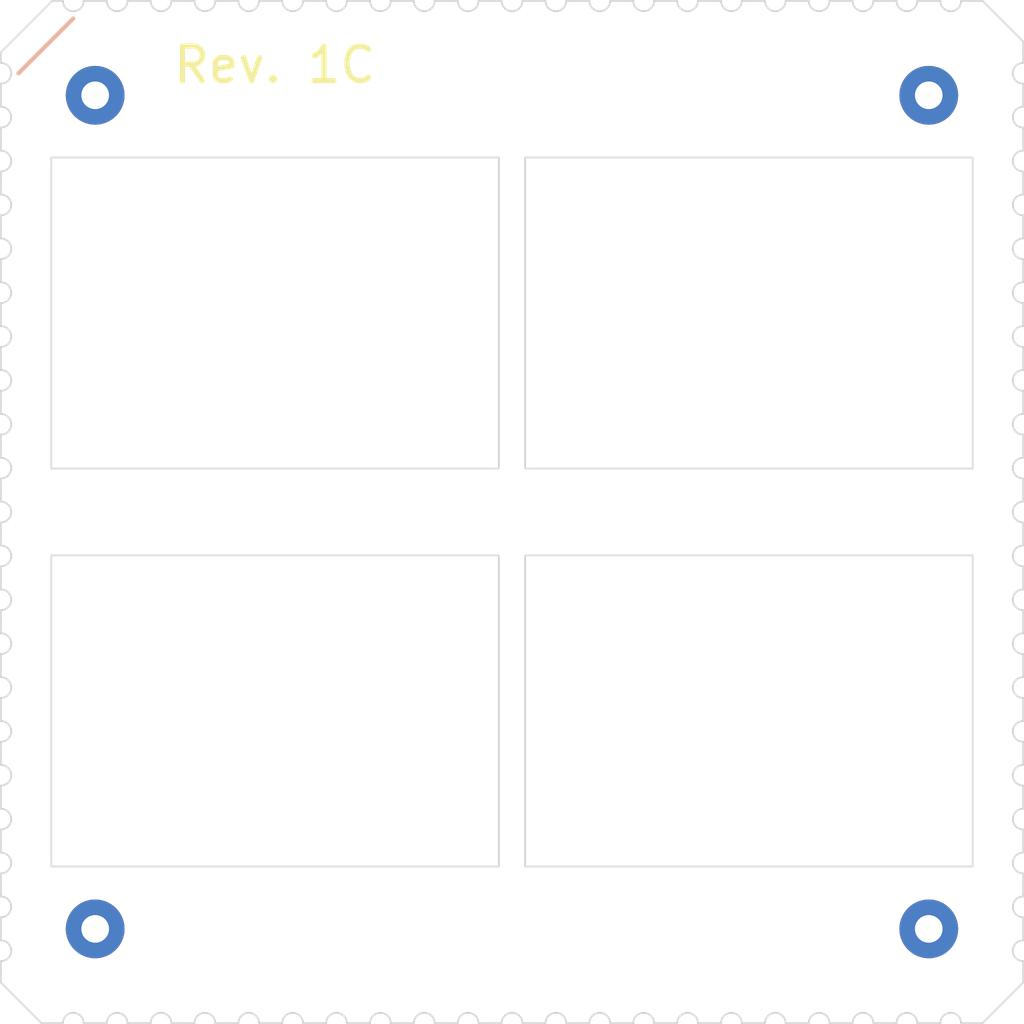
<source format=kicad_pcb>
(kicad_pcb (version 20171130) (host pcbnew "(5.1.12-1-10_14)")

  (general
    (thickness 1.6)
    (drawings 201)
    (tracks 0)
    (zones 0)
    (modules 4)
    (nets 1)
  )

  (page A4)
  (layers
    (0 F.Cu signal)
    (31 B.Cu signal)
    (32 B.Adhes user)
    (33 F.Adhes user)
    (34 B.Paste user)
    (35 F.Paste user)
    (36 B.SilkS user)
    (37 F.SilkS user)
    (38 B.Mask user)
    (39 F.Mask user)
    (40 Dwgs.User user)
    (41 Cmts.User user)
    (42 Eco1.User user)
    (43 Eco2.User user)
    (44 Edge.Cuts user)
    (45 Margin user)
    (46 B.CrtYd user)
    (47 F.CrtYd user)
    (48 B.Fab user)
    (49 F.Fab user)
  )

  (setup
    (last_trace_width 0.25)
    (trace_clearance 0.2)
    (zone_clearance 0.508)
    (zone_45_only no)
    (trace_min 0.2)
    (via_size 0.8)
    (via_drill 0.4)
    (via_min_size 0.4)
    (via_min_drill 0.3)
    (uvia_size 0.3)
    (uvia_drill 0.1)
    (uvias_allowed no)
    (uvia_min_size 0.2)
    (uvia_min_drill 0.1)
    (edge_width 0.05)
    (segment_width 0.2)
    (pcb_text_width 0.3)
    (pcb_text_size 1.5 1.5)
    (mod_edge_width 0.12)
    (mod_text_size 1 1)
    (mod_text_width 0.15)
    (pad_size 1.7 1.7)
    (pad_drill 0.8)
    (pad_to_mask_clearance 0.0)
    (aux_axis_origin 0 0)
    (grid_origin 77.9137 65.2137)
    (visible_elements FFFFFF7F)
    (pcbplotparams
      (layerselection 0x010fc_ffffffff)
      (usegerberextensions false)
      (usegerberattributes true)
      (usegerberadvancedattributes true)
      (creategerberjobfile true)
      (excludeedgelayer true)
      (linewidth 0.100000)
      (plotframeref false)
      (viasonmask false)
      (mode 1)
      (useauxorigin false)
      (hpglpennumber 1)
      (hpglpenspeed 20)
      (hpglpendiameter 15.000000)
      (psnegative false)
      (psa4output false)
      (plotreference true)
      (plotvalue true)
      (plotinvisibletext false)
      (padsonsilk false)
      (subtractmaskfromsilk false)
      (outputformat 1)
      (mirror false)
      (drillshape 0)
      (scaleselection 1)
      (outputdirectory "out/"))
  )

  (net 0 "")

  (net_class Default "This is the default net class."
    (clearance 0.2)
    (trace_width 0.25)
    (via_dia 0.8)
    (via_drill 0.4)
    (uvia_dia 0.3)
    (uvia_drill 0.1)
  )

  (module Connector_PinHeader_2.54mm:PinHeader_1x01_P2.54mm_Vertical (layer F.Cu) (tedit 64BB9D66) (tstamp 64BC332C)
    (at 104.7738 67.9472 90)
    (descr "Through hole straight pin header, 1x01, 2.54mm pitch, single row")
    (tags "Through hole pin header THT 1x01 2.54mm single row")
    (path /60D1FBEB)
    (fp_text reference J4 (at 0 -2.33 90) (layer F.SilkS) hide
      (effects (font (size 1 1) (thickness 0.15)))
    )
    (fp_text value Conn_01x01 (at 0 2.33 90) (layer F.Fab) hide
      (effects (font (size 1 1) (thickness 0.15)))
    )
    (fp_line (start 1.8 -1.8) (end -1.8 -1.8) (layer F.CrtYd) (width 0.05))
    (fp_line (start 1.8 1.8) (end 1.8 -1.8) (layer F.CrtYd) (width 0.05))
    (fp_line (start -1.8 1.8) (end 1.8 1.8) (layer F.CrtYd) (width 0.05))
    (fp_line (start -1.8 -1.8) (end -1.8 1.8) (layer F.CrtYd) (width 0.05))
    (fp_line (start -1.27 -0.635) (end -0.635 -1.27) (layer F.Fab) (width 0.1))
    (fp_line (start -1.27 1.27) (end -1.27 -0.635) (layer F.Fab) (width 0.1))
    (fp_line (start 1.27 1.27) (end -1.27 1.27) (layer F.Fab) (width 0.1))
    (fp_line (start 1.27 -1.27) (end 1.27 1.27) (layer F.Fab) (width 0.1))
    (fp_line (start -0.635 -1.27) (end 1.27 -1.27) (layer F.Fab) (width 0.1))
    (fp_text user %R (at 0 0) (layer F.Fab) hide
      (effects (font (size 1 1) (thickness 0.15)))
    )
    (pad 1 thru_hole oval (at 0 0 90) (size 1.7 1.7) (drill 0.8) (layers *.Cu *.Mask))
  )

  (module Connector_PinHeader_2.54mm:PinHeader_1x01_P2.54mm_Vertical (layer F.Cu) (tedit 64BB9D70) (tstamp 64BC331E)
    (at 104.7738 92.0772)
    (descr "Through hole straight pin header, 1x01, 2.54mm pitch, single row")
    (tags "Through hole pin header THT 1x01 2.54mm single row")
    (path /60D20CDD)
    (fp_text reference J5 (at 0 -2.33) (layer F.SilkS) hide
      (effects (font (size 1 1) (thickness 0.15)))
    )
    (fp_text value Conn_01x01 (at 0 2.33) (layer F.Fab) hide
      (effects (font (size 1 1) (thickness 0.15)))
    )
    (fp_line (start 1.8 -1.8) (end -1.8 -1.8) (layer F.CrtYd) (width 0.05))
    (fp_line (start 1.8 1.8) (end 1.8 -1.8) (layer F.CrtYd) (width 0.05))
    (fp_line (start -1.8 1.8) (end 1.8 1.8) (layer F.CrtYd) (width 0.05))
    (fp_line (start -1.8 -1.8) (end -1.8 1.8) (layer F.CrtYd) (width 0.05))
    (fp_line (start -1.27 -0.635) (end -0.635 -1.27) (layer F.Fab) (width 0.1))
    (fp_line (start -1.27 1.27) (end -1.27 -0.635) (layer F.Fab) (width 0.1))
    (fp_line (start 1.27 1.27) (end -1.27 1.27) (layer F.Fab) (width 0.1))
    (fp_line (start 1.27 -1.27) (end 1.27 1.27) (layer F.Fab) (width 0.1))
    (fp_line (start -0.635 -1.27) (end 1.27 -1.27) (layer F.Fab) (width 0.1))
    (fp_text user %R (at 0 0 90) (layer F.Fab) hide
      (effects (font (size 1 1) (thickness 0.15)))
    )
    (pad 1 thru_hole oval (at 0 0) (size 1.7 1.7) (drill 0.8) (layers *.Cu *.Mask))
  )

  (module Connector_PinHeader_2.54mm:PinHeader_1x01_P2.54mm_Vertical (layer F.Cu) (tedit 64BB9D76) (tstamp 64BC3310)
    (at 80.6438 92.0772 270)
    (descr "Through hole straight pin header, 1x01, 2.54mm pitch, single row")
    (tags "Through hole pin header THT 1x01 2.54mm single row")
    (path /60D21648)
    (fp_text reference J6 (at 0 -2.33 90) (layer F.SilkS) hide
      (effects (font (size 1 1) (thickness 0.15)))
    )
    (fp_text value Conn_01x01 (at 0 2.33 90) (layer F.Fab) hide
      (effects (font (size 1 1) (thickness 0.15)))
    )
    (fp_line (start -0.635 -1.27) (end 1.27 -1.27) (layer F.Fab) (width 0.1))
    (fp_line (start 1.27 -1.27) (end 1.27 1.27) (layer F.Fab) (width 0.1))
    (fp_line (start 1.27 1.27) (end -1.27 1.27) (layer F.Fab) (width 0.1))
    (fp_line (start -1.27 1.27) (end -1.27 -0.635) (layer F.Fab) (width 0.1))
    (fp_line (start -1.27 -0.635) (end -0.635 -1.27) (layer F.Fab) (width 0.1))
    (fp_line (start -1.8 -1.8) (end -1.8 1.8) (layer F.CrtYd) (width 0.05))
    (fp_line (start -1.8 1.8) (end 1.8 1.8) (layer F.CrtYd) (width 0.05))
    (fp_line (start 1.8 1.8) (end 1.8 -1.8) (layer F.CrtYd) (width 0.05))
    (fp_line (start 1.8 -1.8) (end -1.8 -1.8) (layer F.CrtYd) (width 0.05))
    (fp_text user %R (at 0 0) (layer F.Fab) hide
      (effects (font (size 1 1) (thickness 0.15)))
    )
    (pad 1 thru_hole circle (at 0 0 270) (size 1.7 1.7) (drill 0.8) (layers *.Cu *.Mask))
  )

  (module Connector_PinHeader_2.54mm:PinHeader_1x01_P2.54mm_Vertical (layer F.Cu) (tedit 64BB9D59) (tstamp 64BC3302)
    (at 80.6438 67.9472 180)
    (descr "Through hole straight pin header, 1x01, 2.54mm pitch, single row")
    (tags "Through hole pin header THT 1x01 2.54mm single row")
    (path /60D21D5E)
    (fp_text reference J7 (at 0 -2.33) (layer F.SilkS) hide
      (effects (font (size 1 1) (thickness 0.15)))
    )
    (fp_text value Conn_01x01 (at 0 2.33) (layer F.Fab) hide
      (effects (font (size 1 1) (thickness 0.15)))
    )
    (fp_line (start 1.8 -1.8) (end -1.8 -1.8) (layer F.CrtYd) (width 0.05))
    (fp_line (start 1.8 1.8) (end 1.8 -1.8) (layer F.CrtYd) (width 0.05))
    (fp_line (start -1.8 1.8) (end 1.8 1.8) (layer F.CrtYd) (width 0.05))
    (fp_line (start -1.8 -1.8) (end -1.8 1.8) (layer F.CrtYd) (width 0.05))
    (fp_line (start -1.27 -0.635) (end -0.635 -1.27) (layer F.Fab) (width 0.1))
    (fp_line (start -1.27 1.27) (end -1.27 -0.635) (layer F.Fab) (width 0.1))
    (fp_line (start 1.27 1.27) (end -1.27 1.27) (layer F.Fab) (width 0.1))
    (fp_line (start 1.27 -1.27) (end 1.27 1.27) (layer F.Fab) (width 0.1))
    (fp_line (start -0.635 -1.27) (end 1.27 -1.27) (layer F.Fab) (width 0.1))
    (fp_text user %R (at 0 0 90) (layer F.Fab) hide
      (effects (font (size 1 1) (thickness 0.15)))
    )
    (pad 1 thru_hole oval (at 0 0 180) (size 1.7 1.7) (drill 0.8) (layers *.Cu *.Mask))
  )

  (gr_line (start 92.3282 90.2708) (end 92.3282 81.2665) (layer Edge.Cuts) (width 0.05) (tstamp 64BC3BA5))
  (gr_line (start 79.3742 90.2708) (end 92.3282 90.2708) (layer Edge.Cuts) (width 0.05) (tstamp 64BB954B))
  (gr_line (start 106.0442 81.2665) (end 93.0902 81.2665) (layer Edge.Cuts) (width 0.05) (tstamp 64BB950F))
  (gr_line (start 93.0902 90.2708) (end 93.0902 81.2665) (layer Edge.Cuts) (width 0.05) (tstamp 64BB950B))
  (gr_line (start 106.0442 90.2708) (end 106.0442 81.2665) (layer Edge.Cuts) (width 0.05) (tstamp 64BB9501))
  (gr_line (start 106.0442 78.7519) (end 93.0902 78.7519) (layer Edge.Cuts) (width 0.05) (tstamp 64BB94FC))
  (gr_line (start 79.3742 90.2708) (end 79.3742 81.2665) (layer Edge.Cuts) (width 0.05) (tstamp 64BB94F1))
  (gr_line (start 92.3282 81.2665) (end 79.3742 81.2665) (layer Edge.Cuts) (width 0.05) (tstamp 64BB94EC))
  (gr_line (start 92.3282 78.7519) (end 79.3742 78.7519) (layer Edge.Cuts) (width 0.05) (tstamp 64BB94E3))
  (gr_line (start 93.0902 78.7519) (end 93.0902 69.7476) (layer Edge.Cuts) (width 0.05) (tstamp 64BB94CD))
  (gr_line (start 93.0902 90.2708) (end 106.0442 90.2708) (layer Edge.Cuts) (width 0.05) (tstamp 64BB94AF))
  (gr_line (start 93.0902 69.7476) (end 106.0442 69.7476) (layer Edge.Cuts) (width 0.05) (tstamp 64BB94A8))
  (gr_line (start 79.3742 69.7476) (end 92.3282 69.7476) (layer Edge.Cuts) (width 0.05) (tstamp 64BB9496))
  (gr_line (start 106.0442 78.7519) (end 106.0442 69.7476) (layer Edge.Cuts) (width 0.05) (tstamp 64BB9447))
  (gr_line (start 79.3742 78.7519) (end 79.3742 69.7476) (layer Edge.Cuts) (width 0.05) (tstamp 64BB9441))
  (gr_line (start 79.3996 94.8063) (end 79.0892 94.8063) (layer Edge.Cuts) (width 0.05) (tstamp 64BB864C))
  (gr_line (start 77.9137 93.6308) (end 77.9137 93.3204) (layer Edge.Cuts) (width 0.05) (tstamp 64BB8649))
  (gr_line (start 107.5063 66.3892) (end 106.3308 65.2137) (layer Edge.Cuts) (width 0.05) (tstamp 64BB863F))
  (gr_line (start 107.5063 66.6996) (end 107.5063 66.3892) (layer Edge.Cuts) (width 0.05) (tstamp 64BB8636))
  (gr_line (start 106.0204 65.2137) (end 106.3308 65.2137) (layer Edge.Cuts) (width 0.05) (tstamp 64BB8633))
  (gr_line (start 80.31 94.8063) (end 80.98 94.8063) (layer Edge.Cuts) (width 0.05) (tstamp 64BB8609))
  (gr_arc (start 81.28 94.8063) (end 81.58 94.8063) (angle -180) (layer Edge.Cuts) (width 0.05) (tstamp 64BB8603))
  (gr_line (start 81.58 94.8063) (end 82.25 94.8063) (layer Edge.Cuts) (width 0.05) (tstamp 64BB8600))
  (gr_line (start 82.85 94.8063) (end 83.52 94.8063) (layer Edge.Cuts) (width 0.05) (tstamp 64BB85FB))
  (gr_line (start 84.12 94.8063) (end 84.79 94.8063) (layer Edge.Cuts) (width 0.05) (tstamp 64BB85F6))
  (gr_line (start 85.39 94.8063) (end 86.06 94.8063) (layer Edge.Cuts) (width 0.05) (tstamp 64BB85F1))
  (gr_line (start 86.66 94.8063) (end 87.33 94.8063) (layer Edge.Cuts) (width 0.05) (tstamp 64BB85E9))
  (gr_line (start 87.93 94.8063) (end 88.6 94.8063) (layer Edge.Cuts) (width 0.05) (tstamp 64BB85DF))
  (gr_line (start 89.2 94.8063) (end 89.87 94.8063) (layer Edge.Cuts) (width 0.05) (tstamp 64BB85D7))
  (gr_arc (start 90.17 94.8063) (end 90.47 94.8063) (angle -180) (layer Edge.Cuts) (width 0.05) (tstamp 64BB85D0))
  (gr_line (start 90.47 94.8063) (end 91.14 94.8063) (layer Edge.Cuts) (width 0.05) (tstamp 64BB85CD))
  (gr_line (start 91.74 94.8063) (end 92.41 94.8063) (layer Edge.Cuts) (width 0.05) (tstamp 64BB85C5))
  (gr_line (start 93.01 94.8063) (end 93.68 94.8063) (layer Edge.Cuts) (width 0.05) (tstamp 64BB85BD))
  (gr_line (start 94.28 94.8063) (end 94.95 94.8063) (layer Edge.Cuts) (width 0.05) (tstamp 64BB85B5))
  (gr_line (start 95.55 94.8063) (end 96.22 94.8063) (layer Edge.Cuts) (width 0.05) (tstamp 64BB85AD))
  (gr_line (start 96.82 94.8063) (end 97.49 94.8063) (layer Edge.Cuts) (width 0.05) (tstamp 64BB85A5))
  (gr_line (start 98.09 94.8063) (end 98.76 94.8063) (layer Edge.Cuts) (width 0.05) (tstamp 64BB859C))
  (gr_line (start 99.36 94.8063) (end 100.03 94.8063) (layer Edge.Cuts) (width 0.05) (tstamp 64BB8591))
  (gr_line (start 100.63 94.8063) (end 101.3 94.8063) (layer Edge.Cuts) (width 0.05) (tstamp 64BB858A))
  (gr_line (start 101.9 94.8063) (end 102.57 94.8063) (layer Edge.Cuts) (width 0.05) (tstamp 64BB8582))
  (gr_line (start 103.17 94.8063) (end 103.84 94.8063) (layer Edge.Cuts) (width 0.05) (tstamp 64BB857A))
  (gr_line (start 104.44 94.8063) (end 105.11 94.8063) (layer Edge.Cuts) (width 0.05) (tstamp 64BB856F))
  (gr_line (start 106.0204 94.8063) (end 106.3308 94.8063) (layer Edge.Cuts) (width 0.05) (tstamp 64BB8560))
  (gr_line (start 107.5063 93.6308) (end 107.5063 93.3204) (layer Edge.Cuts) (width 0.05) (tstamp 64BB8559))
  (gr_line (start 79.71 94.8063) (end 79.3996 94.8063) (layer Edge.Cuts) (width 0.05) (tstamp 64BB81C8))
  (gr_line (start 77.9137 93.6308) (end 79.0892 94.8063) (layer Edge.Cuts) (width 0.05) (tstamp 64BB81C1))
  (gr_line (start 77.9137 93.3204) (end 77.9137 93.01) (layer Edge.Cuts) (width 0.05) (tstamp 64BB81BD))
  (gr_arc (start 77.9137 92.71) (end 77.9137 93.01) (angle -180) (layer Edge.Cuts) (width 0.05) (tstamp 64BB81B6))
  (gr_line (start 105.71 94.8063) (end 106.0204 94.8063) (layer Edge.Cuts) (width 0.05) (tstamp 64BB81B2))
  (gr_line (start 106.3308 94.8063) (end 107.5063 93.6308) (layer Edge.Cuts) (width 0.05) (tstamp 60CDEEF0))
  (gr_line (start 107.5063 93.3204) (end 107.5063 93.01) (layer Edge.Cuts) (width 0.05) (tstamp 64BB81A4))
  (gr_line (start 77.9137 91.74) (end 77.9137 92.41) (layer Edge.Cuts) (width 0.05) (tstamp 64BB8197))
  (gr_arc (start 77.9137 91.44) (end 77.9137 91.74) (angle -180) (layer Edge.Cuts) (width 0.05) (tstamp 64BB8194))
  (gr_line (start 77.9137 90.47) (end 77.9137 91.14) (layer Edge.Cuts) (width 0.05) (tstamp 64BB8191))
  (gr_arc (start 77.9137 90.17) (end 77.9137 90.47) (angle -180) (layer Edge.Cuts) (width 0.05) (tstamp 64BB818E))
  (gr_line (start 107.5063 91.74) (end 107.5063 92.41) (layer Edge.Cuts) (width 0.05) (tstamp 64BB8184))
  (gr_line (start 107.5063 90.47) (end 107.5063 91.14) (layer Edge.Cuts) (width 0.05) (tstamp 64BB817F))
  (gr_line (start 107.5063 89.2) (end 107.5063 89.87) (layer Edge.Cuts) (width 0.05) (tstamp 64BB8178))
  (gr_line (start 107.5063 87.93) (end 107.5063 88.6) (layer Edge.Cuts) (width 0.05) (tstamp 64BB8171))
  (gr_line (start 107.5063 86.66) (end 107.5063 87.33) (layer Edge.Cuts) (width 0.05) (tstamp 64BB816A))
  (gr_line (start 107.5063 85.39) (end 107.5063 86.06) (layer Edge.Cuts) (width 0.05) (tstamp 64BB8163))
  (gr_line (start 107.5063 84.12) (end 107.5063 84.79) (layer Edge.Cuts) (width 0.05) (tstamp 64BB815C))
  (gr_line (start 107.5063 82.85) (end 107.5063 83.52) (layer Edge.Cuts) (width 0.05) (tstamp 64BB8155))
  (gr_line (start 107.5063 81.58) (end 107.5063 82.25) (layer Edge.Cuts) (width 0.05) (tstamp 64BB814E))
  (gr_line (start 107.5063 80.31) (end 107.5063 80.98) (layer Edge.Cuts) (width 0.05) (tstamp 64BB8147))
  (gr_line (start 107.5063 79.04) (end 107.5063 79.71) (layer Edge.Cuts) (width 0.05) (tstamp 64BB813F))
  (gr_line (start 107.5063 77.77) (end 107.5063 78.44) (layer Edge.Cuts) (width 0.05) (tstamp 64BB8138))
  (gr_line (start 107.5063 76.5) (end 107.5063 77.17) (layer Edge.Cuts) (width 0.05) (tstamp 64BB8131))
  (gr_line (start 107.5063 75.23) (end 107.5063 75.9) (layer Edge.Cuts) (width 0.05) (tstamp 64BB812A))
  (gr_line (start 107.5063 73.96) (end 107.5063 74.63) (layer Edge.Cuts) (width 0.05) (tstamp 64BB8121))
  (gr_line (start 107.5063 72.69) (end 107.5063 73.36) (layer Edge.Cuts) (width 0.05) (tstamp 64BB811A))
  (gr_line (start 107.5063 71.42) (end 107.5063 72.09) (layer Edge.Cuts) (width 0.05) (tstamp 64BB8113))
  (gr_line (start 107.5063 70.15) (end 107.5063 70.82) (layer Edge.Cuts) (width 0.05) (tstamp 64BB8106))
  (gr_line (start 107.5063 68.88) (end 107.5063 69.55) (layer Edge.Cuts) (width 0.05) (tstamp 64BB8101))
  (gr_line (start 107.5063 67.61) (end 107.5063 68.28) (layer Edge.Cuts) (width 0.05) (tstamp 64BB80F2))
  (gr_line (start 107.5063 67.01) (end 107.5063 66.6996) (layer Edge.Cuts) (width 0.05) (tstamp 64BB80EC))
  (gr_line (start 105.71 65.2137) (end 106.0204 65.2137) (layer Edge.Cuts) (width 0.05) (tstamp 64BB80DD))
  (gr_arc (start 82.55 94.8063) (end 82.85 94.8063) (angle -180) (layer Edge.Cuts) (width 0.05) (tstamp 64BB808C))
  (gr_arc (start 80.01 94.8063) (end 80.31 94.8063) (angle -180) (layer Edge.Cuts) (width 0.05) (tstamp 64BB808A))
  (gr_line (start 77.9137 89.2) (end 77.9137 89.87) (layer Edge.Cuts) (width 0.05) (tstamp 64BB7FCC))
  (gr_line (start 77.9137 87.93) (end 77.9137 88.6) (layer Edge.Cuts) (width 0.05) (tstamp 64BB7FC5))
  (gr_line (start 77.9137 86.66) (end 77.9137 87.33) (layer Edge.Cuts) (width 0.05) (tstamp 64BB7FBD))
  (gr_line (start 77.9137 85.39) (end 77.9137 86.06) (layer Edge.Cuts) (width 0.05) (tstamp 64BB7FB6))
  (gr_line (start 77.9137 84.12) (end 77.9137 84.79) (layer Edge.Cuts) (width 0.05) (tstamp 64BB7FAF))
  (gr_line (start 77.9137 82.85) (end 77.9137 83.52) (layer Edge.Cuts) (width 0.05) (tstamp 64BB7FA8))
  (gr_line (start 77.9137 81.58) (end 77.9137 82.25) (layer Edge.Cuts) (width 0.05) (tstamp 64BB7FA1))
  (gr_line (start 77.9137 80.31) (end 77.9137 80.98) (layer Edge.Cuts) (width 0.05) (tstamp 64BB7F99))
  (gr_line (start 77.9137 79.04) (end 77.9137 79.71) (layer Edge.Cuts) (width 0.05) (tstamp 64BB7F8F))
  (gr_line (start 77.9137 77.77) (end 77.9137 78.44) (layer Edge.Cuts) (width 0.05) (tstamp 64BB7F88))
  (gr_line (start 77.9137 76.5) (end 77.9137 77.17) (layer Edge.Cuts) (width 0.05) (tstamp 64BB7F81))
  (gr_line (start 77.9137 75.23) (end 77.9137 75.9) (layer Edge.Cuts) (width 0.05) (tstamp 64BB7F79))
  (gr_line (start 77.9137 73.96) (end 77.9137 74.63) (layer Edge.Cuts) (width 0.05) (tstamp 64BB7F71))
  (gr_line (start 77.9137 72.69) (end 77.9137 73.36) (layer Edge.Cuts) (width 0.05) (tstamp 64BB7F69))
  (gr_line (start 77.9137 71.42) (end 77.9137 72.09) (layer Edge.Cuts) (width 0.05) (tstamp 64BB7F62))
  (gr_line (start 77.9137 70.15) (end 77.9137 70.82) (layer Edge.Cuts) (width 0.05) (tstamp 64BB7F5B))
  (gr_line (start 77.9137 68.88) (end 77.9137 69.55) (layer Edge.Cuts) (width 0.05) (tstamp 64BB7F54))
  (gr_line (start 77.9137 67.61) (end 77.9137 68.28) (layer Edge.Cuts) (width 0.05) (tstamp 64BB7F4D))
  (gr_line (start 77.9137 66.6996) (end 79.3996 65.2137) (layer Edge.Cuts) (width 0.05) (tstamp 64BB7F35))
  (gr_line (start 77.9137 67.01) (end 77.9137 66.6996) (layer Edge.Cuts) (width 0.05))
  (gr_line (start 79.71 65.2137) (end 79.3996 65.2137) (layer Edge.Cuts) (width 0.05))
  (gr_line (start 104.44 65.2137) (end 105.11 65.2137) (layer Edge.Cuts) (width 0.05) (tstamp 64BB7F22))
  (gr_line (start 103.17 65.2137) (end 103.84 65.2137) (layer Edge.Cuts) (width 0.05) (tstamp 64BB7F17))
  (gr_line (start 101.9 65.2137) (end 102.57 65.2137) (layer Edge.Cuts) (width 0.05) (tstamp 64BB7F10))
  (gr_line (start 100.63 65.2137) (end 101.3 65.2137) (layer Edge.Cuts) (width 0.05) (tstamp 64BB7F06))
  (gr_line (start 99.36 65.2137) (end 100.03 65.2137) (layer Edge.Cuts) (width 0.05) (tstamp 64BB7EFF))
  (gr_line (start 98.09 65.2137) (end 98.76 65.2137) (layer Edge.Cuts) (width 0.05) (tstamp 64BB7EF6))
  (gr_line (start 96.82 65.2137) (end 97.49 65.2137) (layer Edge.Cuts) (width 0.05) (tstamp 64BB7EEE))
  (gr_line (start 95.55 65.2137) (end 96.22 65.2137) (layer Edge.Cuts) (width 0.05) (tstamp 64BB7EE6))
  (gr_line (start 94.28 65.2137) (end 94.95 65.2137) (layer Edge.Cuts) (width 0.05) (tstamp 64BB7EDD))
  (gr_line (start 93.01 65.2137) (end 93.68 65.2137) (layer Edge.Cuts) (width 0.05) (tstamp 64BB7ED6))
  (gr_line (start 91.74 65.2137) (end 92.41 65.2137) (layer Edge.Cuts) (width 0.05) (tstamp 64BB7ED1))
  (gr_line (start 90.47 65.2137) (end 91.14 65.2137) (layer Edge.Cuts) (width 0.05) (tstamp 64BB7EC6))
  (gr_line (start 89.2 65.2137) (end 89.87 65.2137) (layer Edge.Cuts) (width 0.05) (tstamp 64BB7EBC))
  (gr_line (start 87.93 65.2137) (end 88.6 65.2137) (layer Edge.Cuts) (width 0.05) (tstamp 64BB7EB4))
  (gr_line (start 86.66 65.2137) (end 87.33 65.2137) (layer Edge.Cuts) (width 0.05) (tstamp 64BB7EAD))
  (gr_line (start 85.39 65.2137) (end 86.06 65.2137) (layer Edge.Cuts) (width 0.05) (tstamp 64BB7EA6))
  (gr_line (start 84.12 65.2137) (end 84.79 65.2137) (layer Edge.Cuts) (width 0.05) (tstamp 64BB7E9E))
  (gr_line (start 82.85 65.2137) (end 83.52 65.2137) (layer Edge.Cuts) (width 0.05) (tstamp 64BB7E97))
  (gr_line (start 81.58 65.2137) (end 82.25 65.2137) (layer Edge.Cuts) (width 0.05) (tstamp 64BB7E90))
  (gr_line (start 80.31 65.2137) (end 80.98 65.2137) (layer Edge.Cuts) (width 0.05) (tstamp 64BB7E8A))
  (gr_arc (start 77.9137 88.9) (end 77.9137 89.2) (angle -180) (layer Edge.Cuts) (width 0.05) (tstamp 64BB5295))
  (gr_arc (start 77.9137 87.63) (end 77.9137 87.93) (angle -180) (layer Edge.Cuts) (width 0.05) (tstamp 64BB5292))
  (gr_arc (start 77.9137 86.36) (end 77.9137 86.66) (angle -180) (layer Edge.Cuts) (width 0.05) (tstamp 64BB528F))
  (gr_arc (start 77.9137 85.09) (end 77.9137 85.39) (angle -180) (layer Edge.Cuts) (width 0.05) (tstamp 64BB528C))
  (gr_arc (start 77.9137 83.82) (end 77.9137 84.12) (angle -180) (layer Edge.Cuts) (width 0.05) (tstamp 64BB5289))
  (gr_arc (start 77.9137 82.55) (end 77.9137 82.85) (angle -180) (layer Edge.Cuts) (width 0.05) (tstamp 64BB5286))
  (gr_arc (start 77.9137 81.28) (end 77.9137 81.58) (angle -180) (layer Edge.Cuts) (width 0.05) (tstamp 64BB5283))
  (gr_arc (start 77.9137 80.01) (end 77.9137 80.31) (angle -180) (layer Edge.Cuts) (width 0.05) (tstamp 64BB5280))
  (gr_arc (start 77.9137 78.74) (end 77.9137 79.04) (angle -180) (layer Edge.Cuts) (width 0.05) (tstamp 64BB527D))
  (gr_arc (start 77.9137 77.47) (end 77.9137 77.77) (angle -180) (layer Edge.Cuts) (width 0.05) (tstamp 64BB527A))
  (gr_arc (start 77.9137 76.2) (end 77.9137 76.5) (angle -180) (layer Edge.Cuts) (width 0.05) (tstamp 64BB5277))
  (gr_arc (start 77.9137 74.93) (end 77.9137 75.23) (angle -180) (layer Edge.Cuts) (width 0.05) (tstamp 64BB5274))
  (gr_arc (start 77.9137 73.66) (end 77.9137 73.96) (angle -180) (layer Edge.Cuts) (width 0.05) (tstamp 64BB5271))
  (gr_arc (start 77.9137 72.39) (end 77.9137 72.69) (angle -180) (layer Edge.Cuts) (width 0.05) (tstamp 64BB526E))
  (gr_arc (start 77.9137 71.12) (end 77.9137 71.42) (angle -180) (layer Edge.Cuts) (width 0.05) (tstamp 64BB526B))
  (gr_arc (start 77.9137 69.85) (end 77.9137 70.15) (angle -180) (layer Edge.Cuts) (width 0.05) (tstamp 64BB5268))
  (gr_arc (start 77.9137 68.58) (end 77.9137 68.88) (angle -180) (layer Edge.Cuts) (width 0.05) (tstamp 64BB5265))
  (gr_arc (start 105.41 94.8063) (end 105.71 94.8063) (angle -180) (layer Edge.Cuts) (width 0.05) (tstamp 64BB515D))
  (gr_arc (start 104.14 94.8063) (end 104.44 94.8063) (angle -180) (layer Edge.Cuts) (width 0.05) (tstamp 64BB515A))
  (gr_arc (start 102.87 94.8063) (end 103.17 94.8063) (angle -180) (layer Edge.Cuts) (width 0.05) (tstamp 64BB5157))
  (gr_arc (start 101.6 94.8063) (end 101.9 94.8063) (angle -180) (layer Edge.Cuts) (width 0.05) (tstamp 64BB5154))
  (gr_arc (start 100.33 94.8063) (end 100.63 94.8063) (angle -180) (layer Edge.Cuts) (width 0.05) (tstamp 64BB5151))
  (gr_arc (start 99.06 94.8063) (end 99.36 94.8063) (angle -180) (layer Edge.Cuts) (width 0.05) (tstamp 64BB514E))
  (gr_arc (start 97.79 94.8063) (end 98.09 94.8063) (angle -180) (layer Edge.Cuts) (width 0.05) (tstamp 64BB514B))
  (gr_arc (start 96.52 94.8063) (end 96.82 94.8063) (angle -180) (layer Edge.Cuts) (width 0.05) (tstamp 64BB5148))
  (gr_arc (start 95.25 94.8063) (end 95.55 94.8063) (angle -180) (layer Edge.Cuts) (width 0.05) (tstamp 64BB5145))
  (gr_arc (start 93.98 94.8063) (end 94.28 94.8063) (angle -180) (layer Edge.Cuts) (width 0.05) (tstamp 64BB5142))
  (gr_arc (start 92.71 94.8063) (end 93.01 94.8063) (angle -180) (layer Edge.Cuts) (width 0.05) (tstamp 64BB513F))
  (gr_arc (start 91.44 94.8063) (end 91.74 94.8063) (angle -180) (layer Edge.Cuts) (width 0.05) (tstamp 64BB513C))
  (gr_arc (start 88.9 94.8063) (end 89.2 94.8063) (angle -180) (layer Edge.Cuts) (width 0.05) (tstamp 64BB5133))
  (gr_arc (start 87.63 94.8063) (end 87.93 94.8063) (angle -180) (layer Edge.Cuts) (width 0.05) (tstamp 64BB5130))
  (gr_arc (start 85.09 94.8063) (end 85.39 94.8063) (angle -180) (layer Edge.Cuts) (width 0.05) (tstamp 64BB512D))
  (gr_arc (start 86.36 94.8063) (end 86.66 94.8063) (angle -180) (layer Edge.Cuts) (width 0.05) (tstamp 64BB512A))
  (gr_arc (start 83.82 94.8063) (end 84.12 94.8063) (angle -180) (layer Edge.Cuts) (width 0.05) (tstamp 64BB5127))
  (gr_arc (start 107.5063 92.71) (end 107.5063 92.41) (angle -180) (layer Edge.Cuts) (width 0.05) (tstamp 64BB511A))
  (gr_arc (start 107.5063 91.44) (end 107.5063 91.14) (angle -180) (layer Edge.Cuts) (width 0.05) (tstamp 64BB5117))
  (gr_arc (start 107.5063 90.17) (end 107.5063 89.87) (angle -180) (layer Edge.Cuts) (width 0.05) (tstamp 64BB5114))
  (gr_arc (start 107.5063 88.9) (end 107.5063 88.6) (angle -180) (layer Edge.Cuts) (width 0.05) (tstamp 64BB5111))
  (gr_arc (start 107.5063 87.63) (end 107.5063 87.33) (angle -180) (layer Edge.Cuts) (width 0.05) (tstamp 64BB510E))
  (gr_arc (start 107.5063 86.36) (end 107.5063 86.06) (angle -180) (layer Edge.Cuts) (width 0.05) (tstamp 64BB510A))
  (gr_arc (start 107.5063 85.09) (end 107.5063 84.79) (angle -180) (layer Edge.Cuts) (width 0.05) (tstamp 64BB5107))
  (gr_arc (start 107.5063 83.82) (end 107.5063 83.52) (angle -180) (layer Edge.Cuts) (width 0.05) (tstamp 64BB5104))
  (gr_arc (start 107.5063 82.55) (end 107.5063 82.25) (angle -180) (layer Edge.Cuts) (width 0.05) (tstamp 64BB5101))
  (gr_arc (start 107.5063 81.28) (end 107.5063 80.98) (angle -180) (layer Edge.Cuts) (width 0.05) (tstamp 64BB50FE))
  (gr_arc (start 107.5063 80.01) (end 107.5063 79.71) (angle -180) (layer Edge.Cuts) (width 0.05) (tstamp 64BB50FB))
  (gr_arc (start 107.5063 78.74) (end 107.5063 78.44) (angle -180) (layer Edge.Cuts) (width 0.05) (tstamp 64BB50F5))
  (gr_arc (start 107.5063 77.47) (end 107.5063 77.17) (angle -180) (layer Edge.Cuts) (width 0.05) (tstamp 64BB50F2))
  (gr_arc (start 107.5063 76.2) (end 107.5063 75.9) (angle -180) (layer Edge.Cuts) (width 0.05) (tstamp 64BB50EF))
  (gr_arc (start 107.5063 74.93) (end 107.5063 74.63) (angle -180) (layer Edge.Cuts) (width 0.05) (tstamp 64BB50E8))
  (gr_arc (start 107.5063 73.66) (end 107.5063 73.36) (angle -180) (layer Edge.Cuts) (width 0.05) (tstamp 64BB50E5))
  (gr_arc (start 107.5063 72.39) (end 107.5063 72.09) (angle -180) (layer Edge.Cuts) (width 0.05) (tstamp 64BB50E2))
  (gr_arc (start 107.5063 71.12) (end 107.5063 70.82) (angle -180) (layer Edge.Cuts) (width 0.05) (tstamp 64BB50DF))
  (gr_arc (start 107.5063 69.85) (end 107.5063 69.55) (angle -180) (layer Edge.Cuts) (width 0.05) (tstamp 64BB50DC))
  (gr_arc (start 107.5063 68.58) (end 107.5063 68.28) (angle -180) (layer Edge.Cuts) (width 0.05) (tstamp 64BB50D9))
  (gr_arc (start 105.41 65.2137) (end 105.11 65.2137) (angle -180) (layer Edge.Cuts) (width 0.05) (tstamp 64BB50D4))
  (gr_arc (start 104.14 65.2137) (end 103.84 65.2137) (angle -180) (layer Edge.Cuts) (width 0.05) (tstamp 64BB50D1))
  (gr_arc (start 102.87 65.2137) (end 102.57 65.2137) (angle -180) (layer Edge.Cuts) (width 0.05) (tstamp 64BB50CE))
  (gr_arc (start 101.6 65.2137) (end 101.3 65.2137) (angle -180) (layer Edge.Cuts) (width 0.05) (tstamp 64BB50CB))
  (gr_arc (start 100.33 65.2137) (end 100.03 65.2137) (angle -180) (layer Edge.Cuts) (width 0.05) (tstamp 64BB50C8))
  (gr_arc (start 99.06 65.2137) (end 98.76 65.2137) (angle -180) (layer Edge.Cuts) (width 0.05) (tstamp 64BB50C5))
  (gr_arc (start 97.79 65.2137) (end 97.49 65.2137) (angle -180) (layer Edge.Cuts) (width 0.05) (tstamp 64BB50C2))
  (gr_arc (start 96.52 65.2137) (end 96.22 65.2137) (angle -180) (layer Edge.Cuts) (width 0.05) (tstamp 64BB50BF))
  (gr_arc (start 95.25 65.2137) (end 94.95 65.2137) (angle -180) (layer Edge.Cuts) (width 0.05) (tstamp 64BB50BC))
  (gr_arc (start 93.98 65.2137) (end 93.68 65.2137) (angle -180) (layer Edge.Cuts) (width 0.05) (tstamp 64BB50B9))
  (gr_arc (start 92.71 65.2137) (end 92.41 65.2137) (angle -180) (layer Edge.Cuts) (width 0.05) (tstamp 64BB50B2))
  (gr_arc (start 91.44 65.2137) (end 91.14 65.2137) (angle -180) (layer Edge.Cuts) (width 0.05) (tstamp 64BB50B0))
  (gr_arc (start 90.17 65.2137) (end 89.87 65.2137) (angle -180) (layer Edge.Cuts) (width 0.05) (tstamp 64BB50AD))
  (gr_arc (start 88.9 65.2137) (end 88.6 65.2137) (angle -180) (layer Edge.Cuts) (width 0.05) (tstamp 64BB50A8))
  (gr_arc (start 87.63 65.2137) (end 87.33 65.2137) (angle -180) (layer Edge.Cuts) (width 0.05) (tstamp 64BB50A4))
  (gr_arc (start 86.36 65.2137) (end 86.06 65.2137) (angle -180) (layer Edge.Cuts) (width 0.05) (tstamp 64BB7E6C))
  (gr_arc (start 85.09 65.2137) (end 84.79 65.2137) (angle -180) (layer Edge.Cuts) (width 0.05) (tstamp 64BB509B))
  (gr_arc (start 83.82 65.2137) (end 83.52 65.2137) (angle -180) (layer Edge.Cuts) (width 0.05) (tstamp 64BB5096))
  (gr_arc (start 82.55 65.2137) (end 82.25 65.2137) (angle -180) (layer Edge.Cuts) (width 0.05) (tstamp 64BB5091))
  (gr_arc (start 81.28 65.2137) (end 80.98 65.2137) (angle -180) (layer Edge.Cuts) (width 0.05) (tstamp 64BB5080))
  (gr_arc (start 107.5063 67.31) (end 107.5063 67.01) (angle -180) (layer Edge.Cuts) (width 0.05) (tstamp 64BB5058))
  (gr_arc (start 80.01 65.2137) (end 79.71 65.2137) (angle -180) (layer Edge.Cuts) (width 0.05) (tstamp 64BB502F))
  (gr_arc (start 77.9137 67.31) (end 77.9137 67.61) (angle -180) (layer Edge.Cuts) (width 0.05))
  (gr_line (start 78.4225 67.31) (end 80.01 65.7225) (layer B.SilkS) (width 0.12) (tstamp 61068632))
  (gr_text "Rev. 1C" (at 85.8385 67.0679) (layer F.SilkS)
    (effects (font (size 1 1) (thickness 0.15)))
  )
  (gr_line (start 78.4225 67.31) (end 80.01 65.7225) (layer F.SilkS) (width 0.12) (tstamp 60CF3D4A))
  (gr_line (start 92.3282 78.7519) (end 92.3282 69.7476) (layer Edge.Cuts) (width 0.05) (tstamp 64BB94C3))

)

</source>
